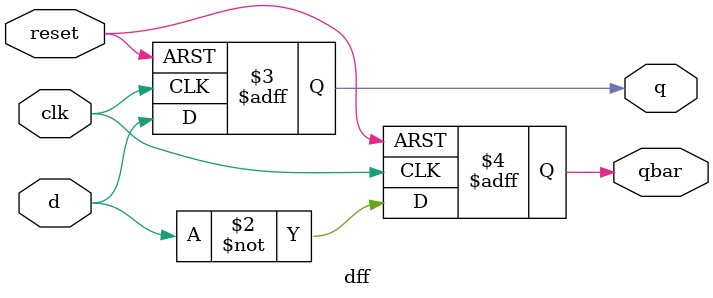
<source format=v>
module top_module;
    reg clk, reset, d;
    wire q, qbar;
    dff dff1(clk, reset, d, q, qbar);
    initial begin
        $monitor($time," clk=%b, reset=%b, d=%b, q=%b, qbar=%b", clk, reset, d, q, qbar);
        clk = 1'b0;
        reset = 1'b1;
        d = 1'b0;
        #10 reset = 1'b0;
        #10 d = 1'b1;
        #10 d = 1'b0;
        #10 d = 1'b1;
        #10 d = 1'b0;
        #10 d = 1'b1;
        #10 d = 1'b0;
        #10 d = 1'b1;
        #10 d = 1'b0;
        #10 d = 1'b1;
        #10 d = 1'b0;
        #10 d = 1'b1;
        #10 d = 1'b0;
        #10 d = 1'b1;
        #10 d = 1'b0;
        #10 d = 1'b1;
        #10 d = 1'b0;
        #10 d = 1'b1;
        #10 d = 1'b0;
        #10 d = 1'b1;
        #10 d = 1'b0;
        #10 d = 1'b1;
        #10 d = 1'b0;
        #10 d = 1'b1;
        #10 d = 1'b0;
        #10 d = 1'b1;
        #10 d = 1'b0;
        #10 d = 1'b1;
        #10 $finish;
    end
    always begin
        #5 clk = ~clk;
    end
endmodule


module dff(input clk, reset, d, output reg q, qbar);

    specify
        specparam tpd_full = 5;  
        
        (clk, reset, d *> q) = tpd_full;    
        (clk, reset, d *> qbar) = tpd_full;
    endspecify  

    always @(posedge clk or posedge reset) begin
        if (reset) begin
            q <= 1'b0;
            qbar <= 1'b1;
        end
        else begin
            q <= d;
            qbar <= ~d;
        end
    end

endmodule

</source>
